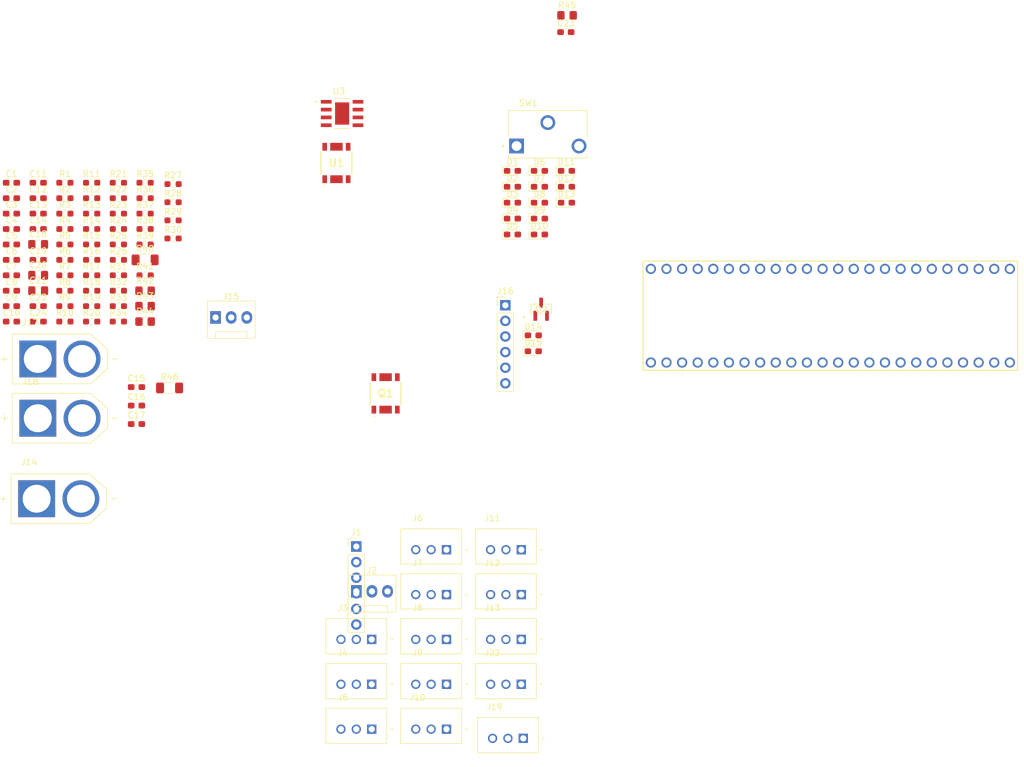
<source format=kicad_pcb>
(kicad_pcb (version 20240108) (generator "pcbnew") (generator_version "8.0")
  (layers (0 "F.Cu" signal) (31 "B.Cu" signal) (34 "B.Paste" user) (35 "F.Paste" user) (36 "B.SilkS" user "B.Silkscreen") (37 "F.SilkS" user "F.Silkscreen") (38 "B.Mask" user) (39 "F.Mask" user) (44 "Edge.Cuts" user))
  (net 0 "")
  (net 1 "+5V")
  (net 2 "GND1")
  (net 3 "+3.3V")
  (net 4 "+12V")
  (net 5 "44.4v")
  (net 6 "44.4V")
  (net 7 "12v")
  (net 8 "Net-(Q1-G)")
  (net 9 "5v")
  (net 10 "Net-(D1-A)")
  (net 11 "Net-(D2-A)")
  (net 12 "Net-(D3-A)")
  (net 13 "Net-(D4-A)")
  (net 14 "Net-(D5-A)")
  (net 15 "Net-(D6-A)")
  (net 16 "Net-(D7-A)")
  (net 17 "Net-(D8-A)")
  (net 18 "Net-(D9-A)")
  (net 19 "Net-(D10-A)")
  (net 20 "Net-(D11-A)")
  (net 21 "Net-(D12-A)")
  (net 22 "Net-(D13-A)")
  (net 23 "Net-(D14-A)")
  (net 24 "Net-(D15-A)")
  (net 27 "SDA")
  (net 28 "SCL")
  (net 29 "Signal Start Module")
  (net 30 "PWM MD1")
  (net 31 "Direction MD1")
  (net 32 "PWM MD2")
  (net 33 "Direction MD2")
  (net 34 "Line Sensor 1 5v")
  (net 35 "Line Sensor 2 5v")
  (net 36 "Line Sensor 3 5v")
  (net 37 "Line Sensor 4 5v")
  (net 38 "Distance Sensor 1 12V")
  (net 39 "Distance Sensor 2 12V")
  (net 40 "Distance Sensor 3 12V")
  (net 41 "Distance Sensor 4 12V")
  (net 42 "Net-(Q1-S)")
  (net 43 "Net-(Q2-D)")
  (net 44 "Net-(Q2-G)")
  (net 45 "Line Sensor 1 3.3V")
  (net 46 "Line Sensor 3 3.3V")
  (net 47 "Line Sensor 2 3.3V")
  (net 48 "Line Sensor 4 3.3V")
  (net 49 "Distance Sensor 1 3.3V")
  (net 50 "Distance Sensor 8 12V")
  (net 51 "Distance Sensor 8 3.3V")
  (net 52 "Distance Sensor 2 3.3V")
  (net 53 "Distance Sensor 4 3.3V")
  (net 54 "Distance Sensor 6 12V")
  (net 55 "Distance Sensor 6 3.3V")
  (net 56 "Distance Sensor 7 3.3V")
  (net 57 "Distance Sensor 7 12V")
  (net 58 "Distance Sensor 3 3.3V")
  (net 59 "Distance Sensor 9 12V")
  (net 60 "Distance Sensor 9 3.3V")
  (net 61 "Distance Sensor 5 3.3V")
  (net 62 "Distance Sensor 5 12V")
  (net 63 "Net-(SW1-A)")
  (footprint "Capacitor_SMD:C_0603_1608Metric_Pad1.08x0.95mm_HandSolder" (layer "F.Cu") (at 60.5775 67.775)
    (property "Reference" "C4" (at 0 -1.43 0) (layer "F.SilkS"))
    (property "Value" "C")
    (pad "1" smd roundrect (at -0.8625 0) (size 1.075 0.95) (layers "F.Cu" "F.Paste" "F.Mask") (net 1 "+5V"))
    (pad "2" smd roundrect (at 0.8625 0) (size 1.075 0.95) (layers "F.Cu" "F.Paste" "F.Mask") (net 2 "GND1"))
  )
  (footprint "Resistor_SMD:R_0603_1608Metric_Pad0.98x0.95mm_HandSolder" (layer "F.Cu") (at 82.3275 60.245)
    (property "Reference" "R35" (at 0 -1.43 0) (layer "F.SilkS"))
    (property "Value" "R")
    (pad "1" smd roundrect (at -0.9125 0) (size 0.975 0.95) (layers "F.Cu" "F.Paste" "F.Mask") (net 51 "Distance Sensor 8 3.3V"))
    (pad "2" smd roundrect (at 0.9125 0) (size 0.975 0.95) (layers "F.Cu" "F.Paste" "F.Mask") (net 18 "Net-(D9-A)"))
  )
  (footprint "Resistor_SMD:R_0603_1608Metric_Pad0.98x0.95mm_HandSolder" (layer "F.Cu") (at 73.6275 70.285)
    (property "Reference" "R15" (at 0 -1.43 0) (layer "F.SilkS"))
    (property "Value" "R")
    (pad "1" smd roundrect (at -0.9125 0) (size 0.975 0.95) (layers "F.Cu" "F.Paste" "F.Mask") (net 46 "Line Sensor 3 3.3V"))
    (pad "2" smd roundrect (at 0.9125 0) (size 0.975 0.95) (layers "F.Cu" "F.Paste" "F.Mask") (net 2 "GND1"))
  )
  (footprint "Resistor_SMD:R_0603_1608Metric_Pad0.98x0.95mm_HandSolder" (layer "F.Cu") (at 73.6275 62.755)
    (property "Reference" "R12" (at 0 -1.43 0) (layer "F.SilkS"))
    (property "Value" "R")
    (pad "1" smd roundrect (at -0.9125 0) (size 0.975 0.95) (layers "F.Cu" "F.Paste" "F.Mask") (net 59 "Distance Sensor 9 12V"))
    (pad "2" smd roundrect (at 0.9125 0) (size 0.975 0.95) (layers "F.Cu" "F.Paste" "F.Mask") (net 60 "Distance Sensor 9 3.3V"))
  )
  (footprint "Resistor_SMD:R_0603_1608Metric_Pad0.98x0.95mm_HandSolder" (layer "F.Cu") (at 69.2775 82.835)
    (property "Reference" "R10" (at 0 -1.43 0) (layer "F.SilkS"))
    (property "Value" "R")
    (pad "1" smd roundrect (at -0.9125 0) (size 0.975 0.95) (layers "F.Cu" "F.Paste" "F.Mask") (net 57 "Distance Sensor 7 12V"))
    (pad "2" smd roundrect (at 0.9125 0) (size 0.975 0.95) (layers "F.Cu" "F.Paste" "F.Mask") (net 56 "Distance Sensor 7 3.3V"))
  )
  (footprint "LED_SMD:LED_0603_1608Metric_Pad1.05x0.95mm_HandSolder" (layer "F.Cu") (at 146.5025 60.895)
    (property "Reference" "D7" (at 0 -1.43 0) (layer "F.SilkS"))
    (property "Value" "LED")
    (pad "1" smd roundrect (at -0.875 0) (size 1.05 0.95) (layers "F.Cu" "F.Paste" "F.Mask") (net 2 "GND1"))
    (pad "2" smd roundrect (at 0.875 0) (size 1.05 0.95) (layers "F.Cu" "F.Paste" "F.Mask") (net 16 "Net-(D7-A)"))
  )
  (footprint "Capacitor_SMD:C_0603_1608Metric_Pad1.08x0.95mm_HandSolder" (layer "F.Cu") (at 60.5775 77.815)
    (property "Reference" "C8" (at 0 -1.43 0) (layer "F.SilkS"))
    (property "Value" "C")
    (pad "1" smd roundrect (at -0.8625 0) (size 1.075 0.95) (layers "F.Cu" "F.Paste" "F.Mask") (net 4 "+12V"))
    (pad "2" smd roundrect (at 0.8625 0) (size 1.075 0.95) (layers "F.Cu" "F.Paste" "F.Mask") (net 2 "GND1"))
  )
  (footprint "Resistor_SMD:R_0603_1608Metric_Pad0.98x0.95mm_HandSolder" (layer "F.Cu") (at 77.9775 82.835)
    (property "Reference" "R34" (at 0 -1.43 0) (layer "F.SilkS"))
    (property "Value" "R")
    (pad "1" smd roundrect (at -0.9125 0) (size 0.975 0.95) (layers "F.Cu" "F.Paste" "F.Mask") (net 58 "Distance Sensor 3 3.3V"))
    (pad "2" smd roundrect (at 0.9125 0) (size 0.975 0.95) (layers "F.Cu" "F.Paste" "F.Mask") (net 17 "Net-(D8-A)"))
  )
  (footprint "Jst Xh 2.5-3 Pin:JST_B3B-XH-A_LF__SN_" (layer "F.Cu") (at 128.8775 134.04)
    (property "Reference" "J8" (at -2.2 -4.6 0) (layer "F.SilkS") (effects (font (size 0.944882 0.944882))))
    (property "Value" "Conn_01x03_MountingPin")
    (pad "1" thru_hole rect (at 2.5 0.525) (size 1.508 1.508) (drill 1) (layers "*.Cu" "*.Mask") (net 36 "Line Sensor 3 5v"))
    (pad "2" thru_hole circle (at 0 0.525) (size 1.508 1.508) (drill 1) (layers "*.Cu" "*.Mask") (net 1 "+5V"))
    (pad "3" thru_hole circle (at -2.5 0.525) (size 1.508 1.508) (drill 1) (layers "*.Cu" "*.Mask") (net 2 "GND1"))
  )
  (footprint "XT60-M:AMASS_XT60-M" (layer "F.Cu") (at 68.466 88.915)
    (property "Reference" "J17" (at -4.825 -5.935 0) (layer "F.SilkS"))
    (property "Value" "XT60-M")
    (pad "N" thru_hole circle (at 3.6 0) (size 6 6) (drill 4.55) (layers "*.Cu" "*.Mask"))
    (pad "P" thru_hole rect (at -3.6 0) (size 6 6) (drill 4.55) (layers "*.Cu" "*.Mask"))
  )
  (footprint "Resistor_SMD:R_0603_1608Metric_Pad0.98x0.95mm_HandSolder" (layer "F.Cu") (at 77.9775 67.775)
    (property "Reference" "R24" (at 0 -1.43 0) (layer "F.SilkS"))
    (property "Value" "R")
    (pad "1" smd roundrect (at -0.9125 0) (size 0.975 0.95) (layers "F.Cu" "F.Paste" "F.Mask") (net 58 "Distance Sensor 3 3.3V"))
    (pad "2" smd roundrect (at 0.9125 0) (size 0.975 0.95) (layers "F.Cu" "F.Paste" "F.Mask") (net 2 "GND1"))
  )
  (footprint "Resistor_SMD:R_0603_1608Metric_Pad0.98x0.95mm_HandSolder" (layer "F.Cu") (at 69.2775 77.815)
    (property "Reference" "R8" (at 0 -1.43 0) (layer "F.SilkS"))
    (property "Value" "R")
    (pad "1" smd roundrect (at -0.9125 0) (size 0.975 0.95) (layers "F.Cu" "F.Paste" "F.Mask") (net 41 "Distance Sensor 4 12V"))
    (pad "2" smd roundrect (at 0.9125 0) (size 0.975 0.95) (layers "F.Cu" "F.Paste" "F.Mask") (net 53 "Distance Sensor 4 3.3V"))
  )
  (footprint "Capacitor_SMD:C_0603_1608Metric_Pad1.08x0.95mm_HandSolder" (layer "F.Cu") (at 60.5775 72.795)
    (property "Reference" "C6" (at 0 -1.43 0) (layer "F.SilkS"))
    (property "Value" "C")
    (pad "1" smd roundrect (at -0.8625 0) (size 1.075 0.95) (layers "F.Cu" "F.Paste" "F.Mask") (net 4 "+12V"))
    (pad "2" smd roundrect (at 0.8625 0) (size 1.075 0.95) (layers "F.Cu" "F.Paste" "F.Mask") (net 2 "GND1"))
  )
  (footprint "LED_SMD:LED_0603_1608Metric_Pad1.05x0.95mm_HandSolder" (layer "F.Cu") (at 142.1075 68.665)
    (property "Reference" "D5" (at 0 -1.43 0) (layer "F.SilkS"))
    (property "Value" "LED")
    (pad "1" smd roundrect (at -0.875 0) (size 1.05 0.95) (layers "F.Cu" "F.Paste" "F.Mask") (net 2 "GND1"))
    (pad "2" smd roundrect (at 0.875 0) (size 1.05 0.95) (layers "F.Cu" "F.Paste" "F.Mask") (net 14 "Net-(D5-A)"))
  )
  (footprint "Resistor_SMD:R_0603_1608Metric_Pad0.98x0.95mm_HandSolder" (layer "F.Cu") (at 69.2775 72.795)
    (property "Reference" "R6" (at 0 -1.43 0) (layer "F.SilkS"))
    (property "Value" "R")
    (pad "1" smd roundrect (at -0.9125 0) (size 0.975 0.95) (layers "F.Cu" "F.Paste" "F.Mask") (net 50 "Distance Sensor 8 12V"))
    (pad "2" smd roundrect (at 0.9125 0) (size 0.975 0.95) (layers "F.Cu" "F.Paste" "F.Mask") (net 51 "Distance Sensor 8 3.3V"))
  )
  (footprint "Capacitor_SMD:C_0603_1608Metric_Pad1.08x0.95mm_HandSolder" (layer "F.Cu") (at 64.9275 80.325)
    (property "Reference" "C22" (at 0 -1.43 0) (layer "F.SilkS"))
    (property "Value" "C")
    (pad "1" smd roundrect (at -0.8625 0) (size 1.075 0.95) (layers "F.Cu" "F.Paste" "F.Mask") (net 5 "44.4v"))
    (pad "2" smd roundrect (at 0.8625 0) (size 1.075 0.95) (layers "F.Cu" "F.Paste" "F.Mask") (net 2 "GND1"))
  )
  (footprint "Capacitor_SMD:C_0805_2012Metric_Pad1.18x1.45mm_HandSolder" (layer "F.Cu") (at 64.9275 77.815)
    (property "Reference" "C21" (at 0 -1.68 0) (layer "F.SilkS"))
    (property "Value" "1uF")
    (pad "1" smd roundrect (at -1.0375 0) (size 1.175 1.45) (layers "F.Cu" "F.Paste" "F.Mask") (roundrect_rratio 0.212766) (net 6 "44.4V"))
    (pad "2" smd roundrect (at 1.0375 0) (size 1.175 1.45) (layers "F.Cu" "F.Paste" "F.Mask") (roundrect_rratio 0.212766) (net 8 "Net-(Q1-G)"))
  )
  (footprint "Connector:FanPinHeader_1x03_P2.54mm_Vertical" (layer "F.Cu") (at 116.7025 126.74)
    (property "Reference" "J2" (at 2.5 -3.4 0) (layer "F.SilkS"))
    (property "Value" "Conn_01x03_Pin")
    (pad "1" thru_hole rect (at 0 0 90) (size 2.03 1.73) (drill 1.02) (layers "*.Cu" "*.Mask") (net 29 "Signal Start Module"))
    (pad "2" thru_hole oval (at 2.54 0 90) (size 2.03 1.73) (drill 1.02) (layers "*.Cu" "*.Mask") (net 2 "GND1"))
    (pad "3" thru_hole oval (at 5.08 0 90) (size 2.03 1.73) (drill 1.02) (layers "*.Cu" "*.Mask") (net 3 "+3.3V"))
  )
  (footprint "Capacitor_SMD:C_0603_1608Metric_Pad1.08x0.95mm_HandSolder" (layer "F.Cu") (at 64.9275 67.775)
    (property "Reference" "C14" (at 0 -1.43 0) (layer "F.SilkS"))
    (property "Value" "C")
    (pad "1" smd roundrect (at -0.8625 0) (size 1.075 0.95) (layers "F.Cu" "F.Paste" "F.Mask") (net 4 "+12V"))
    (pad "2" smd roundrect (at 0.8625 0) (size 1.075 0.95) (layers "F.Cu" "F.Paste" "F.Mask") (net 2 "GND1"))
  )
  (footprint "Resistor_SMD:R_0603_1608Metric_Pad0.98x0.95mm_HandSolder" (layer "F.Cu") (at 86.8775 63.415)
    (property "Reference" "R28" (at 0 -1.43 0) (layer "F.SilkS"))
    (property "Value" "R")
    (pad "1" smd roundrect (at -0.9125 0) (size 0.975 0.95) (layers "F.Cu" "F.Paste" "F.Mask") (net 47 "Line Sensor 2 3.3V"))
    (pad "2" smd roundrect (at 0.9125 0) (size 0.975 0.95) (layers "F.Cu" "F.Paste" "F.Mask") (net 11 "Net-(D2-A)"))
  )
  (footprint "Resistor_SMD:R_0603_1608Metric_Pad0.98x0.95mm_HandSolder" (layer "F.Cu") (at 73.6275 77.815)
    (property "Reference" "R18" (at 0 -1.43 0) (layer "F.SilkS"))
    (property "Value" "R")
    (pad "1" smd roundrect (at -0.9125 0) (size 0.975 0.95) (layers "F.Cu" "F.Paste" "F.Mask") (net 49 "Distance Sensor 1 3.3V"))
    (pad "2" smd roundrect (at 0.9125 0) (size 0.975 0.95) (layers "F.Cu" "F.Paste" "F.Mask") (net 2 "GND1"))
  )
  (footprint "XT60-M:AMASS_XT60-M" (layer "F.Cu") (at 68.2775 111.665)
    (property "Reference" "J14" (at -4.825 -5.935 0) (layer "F.SilkS"))
    (property "Value" "XT60-M")
    (pad "N" thru_hole circle (at 3.6 0) (size 6 6) (drill 4.55) (layers "*.Cu" "*.Mask"))
    (pad "P" thru_hole rect (at -3.6 0) (size 6 6) (drill 4.55) (layers "*.Cu" "*.Mask"))
  )
  (footprint "G_107_0513(SWITCH):SW_G-107-0513" (layer "F.Cu") (at 147.8675 52.36)
    (property "Reference" "SW1" (at -3.175 -5.08 0) (layer "F.SilkS"))
    (property "Value" "SW_SPST")
    (pad "1" thru_hole rect (at -5.08 1.905) (size 2.4 2.4) (drill 1.6) (layers "*.Cu" "*.Mask") (net 63 "Net-(SW1-A)"))
    (pad "2" thru_hole circle (at 5.08 1.905) (size 2.4 2.4) (drill 1.6) (layers "*.Cu" "*.Mask") (net 42 "Net-(Q1-S)"))
    (pad "5" thru_hole circle (at 0 -1.905) (size 2.4 2.4) (drill 1.6) (layers "*.Cu" "*.Mask"))
  )
  (footprint "Resistor_SMD:R_0603_1608Metric_Pad0.98x0.95mm_HandSolder" (layer "F.Cu") (at 73.6275 80.325)
    (property "Reference" "R19" (at 0 -1.43 0) (layer "F.SilkS"))
    (property "Value" "R")
    (pad "1" smd roundrect (at -0.9125 0) (size 0.975 0.95) (layers "F.Cu" "F.Paste" "F.Mask") (net 51 "Distance Sensor 8 3.3V"))
    (pad "2" smd roundrect (at 0.9125 0) (size 0.975 0.95) (layers "F.Cu" "F.Paste" "F.Mask") (net 2 "GND1"))
  )
  (footprint "Capacitor_SMD:C_0603_1608Metric_Pad1.08x0.95mm_HandSolder" (layer "F.Cu") (at 60.5775 70.285)
    (property "Reference" "C5" (at 0 -1.43 0) (layer "F.SilkS"))
    (property "Value" "C")
    (pad "1" smd roundrect (at -0.8625 0) (size 1.075 0.95) (layers "F.Cu" "F.Paste" "F.Mask") (net 1 "+5V"))
    (pad "2" smd roundrect (at 0.8625 0) (size 1.075 0.95) (layers "F.Cu" "F.Paste" "F.Mask") (net 2 "GND1"))
  )
  (footprint "Resistor_SMD:R_0603_1608Metric_Pad0.98x0.95mm_HandSolder" (layer "F.Cu") (at 77.9775 80.325)
    (property "Reference" "R33" (at 0 -1.43 0) (layer "F.SilkS"))
    (property "Value" "R")
    (pad "1" smd roundrect (at -0.9125 0) (size 0.975 0.95) (layers "F.Cu" "F.Paste" "F.Mask") (net 53 "Distance Sensor 4 3.3V"))
    (pad "2" smd roundrect (at 0.9125 0) (size 0.975 0.95) (layers "F.Cu" "F.Paste" "F.Mask") (net 16 "Net-(D7-A)"))
  )
  (footprint "Resistor_SMD:R_0603_1608Metric_Pad0.98x0.95mm_HandSolder" (layer "F.Cu") (at 86.8775 69.315)
    (property "Reference" "R30" (at 0 -1.43 0) (layer "F.SilkS"))
    (property "Value" "R")
    (pad "1" smd roundrect (at -0.9125 0) (size 0.975 0.95) (layers "F.Cu" "F.Paste" "F.Mask") (net 48 "Line Sensor 4 3.3V"))
    (pad "2" smd roundrect (at 0.9125 0) (size 0.975 0.95) (layers "F.Cu" "F.Paste" "F.Mask") (net 13 "Net-(D4-A)"))
  )
  (footprint "LED_SMD:LED_0603_1608Metric_Pad1.05x0.95mm_HandSolder" (layer "F.Cu") (at 146.5025 63.485)
    (property "Reference" "D8" (at 0 -1.43 0) (layer "F.SilkS"))
    (property "Value" "LED")
    (pad "1" smd roundrect (at -0.875 0) (size 1.05 0.95) (layers "F.Cu" "F.Paste" "F.Mask") (net 2 "GND1"))
    (pad "2" smd roundrect (at 0.875 0) (size 1.05 0.95) (layers "F.Cu" "F.Paste" "F.Mask") (net 17 "Net-(D8-A)"))
  )
  (footprint "Capacitor_SMD:C_0603_1608Metric_Pad1.08x0.95mm_HandSolder" (layer "F.Cu") (at 150.8 35.73)
    (property "Reference" "C23" (at 0 -1.43 0) (layer "F.SilkS"))
    (property "Value" "C")
    (pad "1" smd roundrect (at -0.8625 0) (size 1.075 0.95) (layers "F.Cu" "F.Paste" "F.Mask") (net 9 "5v"))
    (pad "2" smd roundrect (at 0.8625 0) (size 1.075 0.95) (layers "F.Cu" "F.Paste" "F.Mask") (net 2 "GND1"))
  )
  (footprint "Capacitor_SMD:C_0805_2012Metric_Pad1.18x1.45mm_HandSolder" (layer "F.Cu") (at 64.9275 70.285)
    (property "Reference" "C18" (at 0 -1.68 0) (layer "F.SilkS"))
    (property "Value" "10uF")
    (pad "1" smd roundrect (at -1.0375 0) (size 1.175 1.45) (layers "F.Cu" "F.Paste" "F.Mask") (roundrect_rratio 0.212766) (net 6 "44.4V"))
    (pad "2" smd roundrect (at 1.0375 0) (size 1.175 1.45) (layers "F.Cu" "F.Paste" "F.Mask") (roundrect_rratio 0.212766) (net 2 "GND1"))
  )
  (footprint "Resistor_SMD:R_0603_1608Metric_Pad0.98x0.95mm_HandSolder" (layer "F.Cu") (at 69.2775 62.755)
    (property "Reference" "R2" (at 0 -1.43 0) (layer "F.SilkS"))
    (property "Value" "R")
    (pad "1" smd roundrect (at -0.9125 0) (size 0.975 0.95) (layers "F.Cu" "F.Paste" "F.Mask") (net 36 "Line Sensor 3 5v"))
    (pad "2" smd roundrect (at 0.9125 0) (size 0.975 0.95) (layers "F.Cu" "F.Paste" "F.Mask") (net 46 "Line Sensor 3 3.3V"))
  )
  (footprint "Resistor_SMD:R_0603_1608Metric_Pad0.98x0.95mm_HandSolder" (layer "F.Cu") (at 77.9775 72.795)
    (property "Reference" "R26" (at 0 -1.43 0) (layer "F.SilkS"))
    (property "Value" "R")
    (pad "1" smd roundrect (at -0.9125 0) (size 0.975 0.95) (layers "F.Cu" "F.Paste" "F.Mask") (net 61 "Distance Sensor 5 3.3V"))
    (pad "2" smd roundrect (at 0.9125 0) (size 0.975 0.95) (layers "F.Cu" "F.Paste" "F.Mask") (net 2 "GND1"))
  )
  (footprint "Resistor_SMD:R_0603_1608Metric_Pad0.98x0.95mm_HandSolder" (layer "F.Cu") (at 86.8775 66.365)
    (property "Reference" "R29" (at 0 -1.43 0) (layer "F.SilkS"))
    (property "Value" "R")
    (pad "1" smd roundrect (at -0.9125 0) (size 0.975 0.95) (layers "F.Cu" "F.Paste" "F.Mask") (net 46 "Line Sensor 3 3.3V"))
    (pad "2" smd roundrect (at 0.9125 0) (size 0.975 0.95) (layers "F.Cu" "F.Paste" "F.Mask") (net 12 "Net-(D3-A)"))
  )
  (footprint "Resistor_SMD:R_0603_1608Metric_Pad0.98x0.95mm_HandSolder" (layer "F.Cu") (at 77.9775 77.815)
    (property "Reference" "R32" (at 0 -1.43 0) (layer "F.SilkS"))
    (property "Value" "R")
    (pad "1" smd roundrect (at -0.9125 0) (size 0.975 0.95) (layers "F.Cu" "F.Paste" "F.Mask") (net 52 "Distance Sensor 2 3.3V"))
    (pad "2" smd roundrect (at 0.9125 0) (size 0.975 0.95) (layers "F.Cu" "F.Paste" "F.Mask") (net 15 "Net-(D6-A)"))
  )
  (footprint "Capacitor_SMD:C_0805_2012Metric_Pad1.18x1.45mm_HandSolder" (layer "F.Cu") (at 64.9275 75.305)
    (property "Reference" "C20" (at 0 -1.68 0) (layer "F.SilkS"))
    (property "Value" "1uF")
    (pad "1" smd roundrect (at -1.0375 0) (size 1.175 1.45) (layers "F.Cu" "F.Paste" "F.Mask") (roundrect_rratio 0.212766) (net 6 "44.4V"))
    (pad "2" smd roundrect (at 1.0375 0) (size 1.175 1.45) (layers "F.Cu" "F.Paste" "F.Mask") (roundrect_rratio 0.212766) (net 2 "GND1"))
  )
  (footprint "Teensy4:TEENSY41" (layer "F.Cu") (at 169.72 89.5)
    (property "Reference" "U2" (hide yes))
    (property "Value" "Teensy4.1" (hide yes))
    (pad "1" thru_hole circle (at 0 0) (size 1.665 1.665) (drill 1.11) (layers "*.Cu" "*.Mask"))
    (pad "2" thru_hole circle (at 2.54 0) (size 1.665 1.665) (drill 1.11) (layers "*.Cu" "*.Mask"))
    (pad "3" thru_hole circle (at 5.08 0) (size 1.665 1.665) (drill 1.11) (layers "*.Cu" "*.Mask"))
    (pad "4" thru_hole circle (at 7.62 0) (size 1.665 1.665) (drill 1.11) (layers "*.Cu" "*.Mask"))
    (pad "5" thru_hole circle (at 10.16 0) (size 1.665 1.665) (drill 1.11) (layers "*.Cu" "*.Mask"))
    (pad "6" thru_hole circle (at 12.7 0) (size 1.665 1.665) (drill 1.11) (layers "*.Cu" "*.Mask"))
    (pad "7" thru_hole circle (at 15.24 0) (size 1.665 1.665) (drill 1.11) (layers "*.Cu" "*.Mask"))
    (pad "8" thru_hole circle (at 17.78 0) (size 1.665 1.665) (drill 1.11) (layers "*.Cu" "*.Mask"))
    (pad "9" thru_hole circle (at 20.32 0) (size 1.665 1.665) (drill 1.11) (layers "*.Cu" "*.Mask"))
    (pad "10" thru_hole circle (at 22.86 0) (size 1.665 1.665) (drill 1.11) (layers "*.Cu" "*.Mask"))
    (pad "11" thru_hole circle (at 25.4 0) (size 1.665 1.665) (drill 1.11) (layers "*.Cu" "*.Mask"))
    (pad "12" thru_hole circle (at 27.94 0) (size 1.665 1.665) (drill 1.11) (layers "*.Cu" "*.Mask"))
    (pad "13" thru_hole circle (at 27.94 -15.24) (size 1.665 1.665) (drill 1.11) (layers "*.Cu" "*.Mask"))
    (pad "14" thru_hole circle (at 25.4 -15.24) (size 1.665 1.665) (drill 1.11) (layers "*.Cu" "*.Mask"))
    (pad "15" thru_hole circle (at 22.86 -15.24) (size 1.665 1.665) (drill 1.11) (layers "*.Cu" "*.Mask"))
    (pad "16" thru_hole circle (at 20.32 -15.24) (size 1.665 1.665) (drill 1.11) (layers "*.Cu" "*.Mask"))
    (pad "17" thru_hole circle (at 17.78 -15.24) (size 1.665 1.665) (drill 1.11) (layers "*.Cu" "*.Mask"))
    (pad "18" thru_hole circle (at 15.24 -15.24) (size 1.665 1.665) (drill 1.11) (layers "*.Cu" "*.Mask"))
    (pad "19" thru_hole circle (at 12.7 -15.24) (size 1.665 1.665) (drill 1.11) (layers "*.Cu" "*.Mask"))
    (pad "20" thru_hole circle (at 10.16 -15.24) (size 1.665 1.665) (drill 1.11) (layers "*.Cu" "*.Mask"))
    (pad "21" thru_hole circle (at 7.62 -15.24) (size 1.665 1.665) (drill 1.11) (layers "*.Cu" "*.Mask"))
    (pad "22" thru_hole circle (at 5.08 -15.24) (size 1.665 1.665) (drill 1.11) (layers "*.Cu" "*.Mask"))
    (pad "23" thru_hole circle (at 2.54 -15.24) (size 1.665 1.665) (drill 1.11) (layers "*.Cu" "*.Mask"))
    (pad "24" thru_hole circle (at 33.02 0) (size 1.665 1.665) (drill 1.11) (layers "*.Cu" "*.Mask"))
    (pad "25" thru_hole circle (at 35.56 0) (size 1.665 1.665) (drill 1.11) (layers "*.Cu" "*.Mask"))
    (pad "26" thru_hole circle (at 38.1 0) (size 1.665 1.665) (drill 1.11) (layers "*.Cu" "*.Mask"))
    (pad "27" thru_hole circle (at 40.64 0) (size 1.665 1.665) (drill 1.11) (layers "*.Cu" "*.Mask"))
    (pad "28" thru_hole circle (at 43.18 0) (size 1.665 1.665) (drill 1.11) (layers "*.Cu" "*.Mask"))
    (pad "29" thru_hole circle (at 45.72 0) (size 1.665 1.665) (drill 1.11) (layers "*.Cu" "*.Mask"))
    (pad "30" thru_hole circle (at 48.26 0) (size 1.665 1.665) (drill 1.11) (layers "*.Cu" "*.Mask"))
    (pad "31" thru_hole circle (at 50.8 0) (size 1.665 1.665) (drill 1.11) (layers "*.Cu" "*.Mask"))
    (pad "32" thru_hole circle (at 53.34 0) (size 1.665 1.665) (drill 1.11) (layers "*.Cu" "*.Mask"))
    (pad "33" thru_hole circle (at 53.34 -15.24) (size 1.665 1.665) (drill 1.11) (layers "*.Cu" "*.Mask"))
    (pad "34" thru_hole circle (at 50.8 -15.24) (size 1.665 1.665) (drill 1.11) (layers "*.Cu" "*.Mask"))
    (pad "35" thru_hole circle (at 48.26 -15.24) (size 1.665 1.665) (drill 1.11) (layers "*.Cu" "*.Mask"))
    (pad "36" thru_hole circle (at 45.72 -15.24) (size 1.665 1.665) (drill 1.11) (layers "*.Cu" "*.Mask"))
    (pad "37" thru_hole circle (at 43.18 -15.24) (size 1.665 1.665) (drill 1.11) (layers "*.Cu" "*.Mask"))
    (pad "38" thru_hole circle (at 40.64 -15.24) (size 1.665 1.665) (drill 1.11) (layers "*.Cu" "*.Mask"))
    (pad "39" thru_hole circle (at 38.1 -15.24) (size 1.665 1.665) (drill 1.11) (layers "*.Cu" "*.Mask"))
    (pad "40" thru_hole circle (at 35.56 -15.24) (size 1.665 1.665) (drill 1.11) (layers "*.Cu" "*.Mask"))
    (pad "41" thru_hole circle (at 33.02 -15.24) (size 1.665 1.665) (drill 1.11) (layers "*.Cu" "*.Mask"))
    (pad "42" thru_hole circle (at 30.48 0) (size 1.665 1.665) (drill 1.11) (layers "*.Cu" "*.Mask"))
    (pad "53" thru_hole circle (at 0 -15.24) (size 1.665 1.665) (drill 1.11) (layers "*.Cu" "*.Mask"))
    (pad "55" thru_hole circle (at -5.08 -15.24) (size 1.665 1.665) (drill 1.11) (layers "*.Cu" "*.Mask"))
    (pad "57" thru_hole circle (at -2.54 0) (size 1.665 1.665) (drill 1.11) (layers "*.Cu" "*.Mask"))
    (pad "69" thru_hole circle (at 30.48 -15.24) (size 1.665 1.665) (drill 1.11) (layers "*.Cu" "*.Mask"))
    (pad "70" thru_hole circle (at -2.54 -15.24) (size 1.665 1.665) (drill 1.11) (layers "*.Cu" "*.Mask"))
    (pad "71" thru_hole circle (at -5.08 0) (size 1.665 1.665) (drill 1.11) (layers "*.Cu" "*.Mask"))
  )
  (footprint "Jst Xh 2.5-3 Pin:JST_B3B-XH-A_LF__SN_" (layer "F.Cu") (at 116.7025 134.04)
    (property "Reference" "J3" (at -2.2 -4.6 0) (layer "F.SilkS") (effects (font (size 0.944882 0.944882))))
    (property "Value" "Conn_01x03_MountingPin")
    (pad "1" thru_hole rect (at 2.5 0.525) (size 1.508 1.508) (drill 1) (layers "*.Cu" "*.Mask"))
    (pad "2" thru_hole circle (at 0 0.525) (size 1.508 1.508) (drill 1) (layers "*.Cu" "*.Mask"))
    (pad "3" thru_hole circle (at -2.5 0.525) (size 1.508 1.508) (drill 1) (layers "*.Cu" "*.Mask"))
  )
  (footprint "Resistor_SMD:R_0603_1608Metric_Pad0.98x0.95mm_HandSolder" (layer "F.Cu") (at 82.3275 70.285)
    (property "Reference" "R39" (at 0 -1.43 0) (layer "F.SilkS"))
    (property "Value" "R")
    (pad "1" smd roundrect (at -0.9125 0) (size 0.975 0.95) (layers "F.Cu" "F.Paste" "F.Mask") (net 61 "Distance Sensor 5 3.3V"))
    (pad "2" smd roundrect (at 0.9125 0) (size 0.975 0.95) (layers "F.Cu" "F.Paste" "F.Mask") (net 22 "Net-(D13-A)"))
  )
  (footprint "LED_SMD:LED_0603_1608Metric_Pad1.05x0.95mm_HandSolder" (layer "F.Cu") (at 142.1075 60.895)
    (property "Reference" "D2" (at 0 -1.43 0) (layer "F.SilkS"))
    (property "Value" "LED")
    (pad "1" smd roundrect (at -0.875 0) (size 1.05 0.95) (layers "F.Cu" "F.Paste" "F.Mask") (net 2 "GND1"))
    (pad "2" smd roundrect (at 0.875 0) (size 1.05 0.95) (layers "F.Cu" "F.Paste" "F.Mask") (net 11 "Net-(D2-A)"))
  )
  (footprint "LED_SMD:LED_0603_1608Metric_Pad1.05x0.95mm_HandSolder" (layer "F.Cu") (at 146.5025 58.305)
    (property "Reference" "D6" (at 0 -1.43 0) (layer "F.SilkS"))
    (property "Value" "LED")
    (pad "1" smd roundrect (at -0.875 0) (size 1.05 0.95) (layers "F.Cu" "F.Paste" "F.Mask") (net 2 "GND1"))
    (pad "2" smd roundrect (at 0.875 0) (size 1.05 0.95) (layers "F.Cu" "F.Paste" "F.Mask") (net 15 "Net-(D6-A)"))
  )
  (footprint "Resistor_SMD:R_0603_1608Metric_Pad0.98x0.95mm_HandSolder" (layer "F.Cu") (at 82.3275 65.265)
    (property "Reference" "R37" (at 0 -1.43 0) (layer "F.SilkS"))
    (property "Value" "R")
    (pad "1" smd roundrect (at -0.9125 0) (size 0.975 0.95) (layers "F.Cu" "F.Paste" "F.Mask") (net 56 "Distance Sensor 7 3.3V"))
    (pad "2" smd roundrect (at 0.9125 0) (size 0.975 0.95) (layers "F.Cu" "F.Paste" "F.Mask") (net 20 "Net-(D11-A)"))
  )
  (footprint "Capacitor_SMD:C_0603_1608Metric_Pad1.08x0.95mm_HandSolder" (layer "F.Cu") (at 60.5775 82.835)
    (property "Reference" "C10" (at 0 -1.43 0) (layer "F.SilkS"))
    (property "Value" "C")
    (pad "1" smd roundrect (at -0.8625 0) (size 1.075 0.95) (layers "F.Cu" "F.Paste" "F.Mask") (net 4 "+12V"))
    (pad "2" smd roundrect (at 0.8625 0) (size 1.075 0.95) (layers "F.Cu" "F.Paste" "F.Mask") (net 2 "GND1"))
  )
  (footprint "Capacitor_SMD:C_0603_1608Metric_Pad1.08x0.95mm_HandSolder" (layer "F.Cu") (at 64.9275 62.755)
    (property "Reference" "C12" (at 0 -1.43 0) (layer "F.SilkS"))
    (property "Value" "C")
    (pad "1" smd roundrect (at -0.8625 0) (size 1.075 0.95) (layers "F.Cu" "F.Paste" "F.Mask") (net 4 "+12V"))
    (pad "2" smd roundrect (at 0.8625 0) (size 1.075 0.95) (layers "F.Cu" "F.Paste" "F.Mask") (net 2 "GND1"))
  )
  (footprint "Resistor_SMD:R_0603_1608Metric_Pad0.98x0.95mm_HandSolder" (layer "F.Cu") (at 69.2775 67.775)
    (property "Reference" "R4" (at 0 -1.43 0) (layer "F.SilkS"))
    (property "Value" "R")
    (pad "1" smd roundrect (at -0.9125 0) (size 0.975 0.95) (layers "F.Cu" "F.Paste" "F.Mask") (net 37 "Line Sensor 4 5v"))
    (pad "2" smd roundrect (at 0.9125 0) (size 0.975 0.95) (layers "F.Cu" "F.Paste" "F.Mask") (net 48 "Line Sensor 4 3.3V"))
  )
  (footprint "Capacitor_SMD:C_0603_1608Metric_Pad1.08x0.95mm_HandSolder" (layer "F.Cu") (at 64.9275 60.245)
    (property "Reference" "C11" (at 0 -1.43 0) (layer "F.SilkS"))
    (property "Value" "C")
    (pad "1" smd roundrect (at -0.8625 0) (size 1.075 0.95) (layers "F.Cu" "F.Paste" "F.Mask") (net 1 "+5V"))
    (pad "2" smd roundrect (at 0.8625 0) (size 1.075 0.95) (layers "F.Cu" "F.Paste" "F.Mask") (net 2 "GND1"))
  )
  (footprint "Resistor_SMD:R_0603_1608Metric_Pad0.98x0.95mm_HandSolder" (layer "F.Cu") (at 82.3275 62.755)
    (property "Reference" "R36" (at 0 -1.43 0) (layer "F.SilkS"))
    (property "Value" "R")
    (pad "1" smd roundrect (at -0.9125 0) (size 0.975 0.95) (layers "F.Cu" "F.Paste" "F.Mask") (net 55 "Distance Sensor 6 3.3V"))
    (pad "2" smd roundrect (at 0.9125 0) (size 0.975 0.95) (layers "F.Cu" "F.Paste" "F.Mask") (net 19 "Net-(D10-A)"))
  )
  (footprint "Jst Xh 2.5-3 Pin:JST_B3B-XH-A_LF__SN_" (layer "F.Cu") (at 141.3775 150.14)
    (property "Reference" "J19" (at -2.2 -4.6 0) (layer "F.SilkS") (effects (font (size 0.944882 0.944882))))
    (property "Value" "Conn_01x03_MountingPin")
    (pad "1" thru_hole rect (at 2.5 0.525) (size 1.508 1.508) (drill 1) (layers "*.Cu" "*.Mask"))
    (pad "2" thru_hole circle (at 0 0.525) (size 1.508 1.508) (drill 1) (layers "*.Cu" "*.Mask"))
    (pad "3" thru_hole circle (at -2.5 0.525) (size 1.508 1.508) (drill 1) (layers "*.Cu" "*.Mask"))
  )
  (footprint "Jst Xh 2.5-3 Pin:JST_B3B-XH-A_LF__SN_" (layer "F.Cu") (at 141.0525 126.74)
    (property "Reference" "J12" (at -2.2 -4.6 0) (layer "F.SilkS") (effects (font (size 0.944882 0.944882))))
    (property "Value" "Conn_01x03_MountingPin")
    (pad "1" thru_hole rect (at 2.5 0.525) (size 1.508 1.508) (drill 1) (layers "*.Cu" "*.Mask") (net 40 "Distance Sensor 3 12V"))
    (pad "2" thru_hole circle (at 0 0.525) (size 1.508 1.508) (drill 1) (layers "*.Cu" "*.Mask") (net 4 "+12V"))
    (pad "3" thru_hole circle (at -2.5 0.525) (size 1.508 1.508) (drill 1) (layers "*.Cu" "*.Mask") (net 2 "GND1"))
  )
  (footprint "Capacitor_SMD:C_0603_1608Metric_Pad1.08x0.95mm_HandSolder" (layer "F.Cu") (at 60.5775 75.305)
    (property "Reference" "C7" (at 0 -1.43 0) (layer "F.SilkS"))
    (property "Value" "C")
    (pad "1" smd roundrect (at -0.8625 0) (size 1.075 0.95) (layers "F.Cu" "F.Paste" "F.Mask") (net 1 "+5V"))
    (pad "2" smd roundrect (at 0.8625 0) (size 1.075 0.95) (layers "F.Cu" "F.Paste" "F.Mask") (net 2 "GND1"))
  )
  (footprint "12Vvoltagereg:S1142A50IE6T1U" (layer "F.Cu") (at 113.4675 57.025)
    (property "Reference" "U1" (at 0 0 0) (layer "F.SilkS") (effects (font (size 1.27 1.27) (thickness 0.254))))
    (property "Value" "S-1142DA0I-E6T1U" (hide yes))
    (pad "1" smd rect (at -1.91 2.64) (size 0.76 1.27) (layers "F.Cu" "F.Paste" "F.Mask"))
    (pad "2" smd rect (at 0 2.64 90) (size 1.27 2.03) (layers "F.Cu" "F.Paste" "F.Mask"))
    (pad "3" smd rect (at 1.91 2.64) (size 0.76 1.27) (layers "F.Cu" "F.Paste" "F.Mask"))
    (pad "4" smd rect (at 1.91 -2.64) (size 0.76 1.27) (layers "F.Cu" "F.Paste" "F.Mask"))
    (pad "5" smd rect (at 0 -2.64 90) (size 1.27 2.03) (layers "F.Cu" "F.Paste" "F.Mask"))
    (pad "6" smd rect (at -1.91 -2.64) (size 0.76 1.27) (layers "F.Cu" "F.Paste" "F.Mask"))
  )
  (footprint "Capacitor_SMD:C_0603_1608Metric_Pad1.08x0.95mm_HandSolder" (layer "F.Cu") (at 60.5775 80.325)
    (property "Reference" "C9" (at 0 -1.43 0) (layer "F.SilkS"))
    (property "Value" "C")
    (pad "1" smd roundrect (at -0.8625 0) (size 1.075 0.95) (layers "F.Cu" "F.Paste" "F.Mask") (net 4 "+12V"))
    (pad "2" smd roundrect (at 0.8625 0) (size 1.075 0.95) (layers "F.Cu" "F.Paste" "F.Mask") (net 2 "GND1"))
  )
  (footprint "Resistor_SMD:R_1206_3216Metric_Pad1.30x1.75mm_HandSolder" (layer "F.Cu") (at 86.3075 93.635)
    (property "Reference" "R46" (at 0 -1.82 0) (layer "F.SilkS"))
    (property "Value" "R")
    (pad "1" smd roundrect (at -1.55 0) (size 1.3 1.75) (layers "F.Cu" "F.Paste" "F.Mask") (roundrect_rratio 0.192308))
    (pad "2" smd roundrect (at 1.55 0) (size 1.3 1.75) (layers "F.Cu" "F.Paste" "F.Mask") (roundrect_rratio 0.192308))
  )
  (footprint "Capacitor_SMD:C_0603_1608Metric_Pad1.08x0.95mm_HandSolder" (layer "F.Cu") (at 64.9275 65.265)
    (property "Reference" "C13" (at 0 -1.43 0) (layer "F.SilkS"))
    (property "Value" "C")
    (pad "1" smd roundrect (at -0.8625 0) (size 1.075 0.95) (layers "F.Cu" "F.Paste" "F.Mask") (net 4 "+12V"))
    (pad "2" smd roundrect (at 0.8625 0) (size 1.075 0.95) (layers "F.Cu" "F.Paste" "F.Mask") (net 2 "GND1"))
  )
  (footprint "Connector_PinHeader_2.54mm:PinHeader_1x06_P2.54mm_Vertical" (layer "F.Cu") (at 140.9575 80.185)
    (property "Reference" "J16" (at 0 -2.33 0) (layer "F.SilkS"))
    (property "Value" "Conn_01x08_Pin")
    (pad "1" thru_hole rect (at 0 0) (size 1.7 1.7) (drill 1) (layers "*.Cu" "*.Mask"))
    (pad "2" thru_hole oval (at 0 2.54) (size 1.7 1.7) (drill 1) (layers "*.Cu" "*.Mask"))
    (pad "3" thru_hole oval (at 0 5.08) (size 1.7 1.7) (drill 1) (layers "*.Cu" "*.Mask"))
    (pad "4" thru_hole oval (at 0 7.62) (size 1.7 1.7) (drill 1) (layers "*.Cu" "*.Mask"))
    (pad "5" thru_hole oval (at 0 10.16) (size 1.7 1.7) (drill 1) (layers "*.Cu" "*.Mask"))
    (pad "6" thru_hole oval (at 0 12.7) (size 1.7 1.7) (drill 1) (layers "*.Cu" "*.Mask"))
  )
  (footprint "Connector:FanPinHeader_1x03_P2.54mm_Vertical" (layer "F.Cu") (at 93.7975 82.165)
    (property "Reference" "J15" (at 2.5 -3.4 0) (layer "F.SilkS"))
    (property "Value" "Conn_01x03_Pin")
    (pad "1" thru_hole rect (at 0 0 90) (size 2.03 1.73) (drill 1.02) (layers "*.Cu" "*.Mask"))
    (pad "2" thru_hole oval (at 2.54 0 90) (size 2.03 1.73) (drill 1.02) (layers "*.Cu" "*.Mask"))
    (pad "3" thru_hole oval (at 5.08 0 90) (size 2.03 1.73) (drill 1.02) (layers "*.Cu" "*.Mask"))
  )
  (footprint "Resistor_SMD:R_0603_1608Metric_Pad0.98x0.95mm_HandSolder" (layer "F.Cu") (at 73.6275 82.835)
    (property "Reference" "R20" (at 0 -1.43 0) (layer "F.SilkS"))
    (property "Value" "R")
    (pad "1" smd roundrect (at -0.9125 0) (size 0.975 0.95) (layers "F.Cu" "F.Paste" "F.Mask") (net 52 "Distance Sensor 2 3.3V"))
    (pad "2" smd roundrect (at 0.9125 0) (size 0.975 0.95) (layers "F.Cu" "F.Paste" "F.Mask") (net 2 "GND1"))
  )
  (footprint "Resistor_SMD:R_0603_1608Metric_Pad0.98x0.95mm_HandSolder" (layer "F.Cu") (at 73.6275 60.245)
    (property "Reference" "R11" (at 0 -1.43 0) (layer "F.SilkS"))
    (property "Value" "R")
    (pad "1" smd roundrect (at -0.9125 0) (size 0.975 0.95) (layers "F.Cu" "F.Paste" "F.Mask") (net 40 "Distance Sensor 3 12V"))
    (pad "2" smd roundrect (at 0.9125 0) (size 0.975 0.95) (layers "F.Cu" "F.Paste" "F.Mask") (net 58 "Distance Sensor 3 3.3V"))
  )
  (footprint "Resistor_SMD:R_0805_2012Metric_Pad1.20x1.40mm_HandSolder" (layer "F.Cu") (at 82.3275 82.835)
    (property "Reference" "R44" (at 0 -1.65 0) (layer "F.SilkS"))
    (property "Value" "1k")
    (pad "1" smd roundrect (at -1 0) (size 1.2 1.4) (layers "F.Cu" "F.Paste" "F.Mask") (roundrect_rratio 0.208333) (net 44 "Net-(Q2-G)"))
    (pad "2" smd roundrect (at 1 0) (size 1.2 1.4) (layers "F.Cu" "F.Paste" "F.Mask") (roundrect_rratio 0.208333) (net 2 "GND1"))
  )
  (footprint "Resistor_SMD:R_0603_1608Metric_Pad0.98x0.95mm_HandSolder" (layer "F.Cu") (at 73.6275 67.775)
    (property "Reference" "R14" (at 0 -1.43 0) (layer "F.SilkS"))
    (property "Value" "R")
    (pad "1" smd roundrect (at -0.9125 0) (size 0.975 0.95) (layers "F.Cu" "F.Paste" "F.Mask") (net 45 "Line Sensor 1 3.3V"))
    (pad "2" smd roundrect (at 0.9125 0) (size 0.975 0.95) (layers "F.Cu" "F.Paste" "F.Mask") (net 2 "GND1"))
  )
  (footprint "Jst Xh 2.5-3 Pin:JST_B3B-XH-A_LF__SN_" (layer "F.Cu") (at 128.8775 141.34)
    (property "Reference" "J9" (at -2.2 -4.6 0) (layer "F.SilkS") (effects (font (size 0.944882 0.944882))))
    (property "Value" "Conn_01x03_MountingPin")
    (pad "1" thru_hole rect (at 2.5 0.525) (size 1.508 1.508) (drill 1) (layers "*.Cu" "*.Mask") (net 37 "Line Sensor 4 5v"))
    (pad "2" thru_hole circle (at 0 0.525) (size 1.508 1.508) (drill 1) (layers "*.Cu" "*.Mask") (net 1 "+5V"))
    (pad "3" thru_hole circle (at -2.5 0.525) (size 1.508 1.508) (drill 1) (layers "*.Cu" "*.Mask") (net 2 "GND1"))
  )
  (footprint "Resistor_SMD:R_0603_1608Metric_Pad0.98x0.95mm_HandSolder" (layer "F.Cu") (at 86.8775 60.465)
    (property "Reference" "R27" (at 0 -1.43 0) (layer "F.SilkS"))
    (property "Value" "R")
    (pad "1" smd roundrect (at -0.9125 0) (size 0.975 0.95) (layers "F.Cu" "F.Paste" "F.Mask") (net 45 "Line Sensor 1 3.3V"))
    (pad "2" smd roundrect (at 0.9125 0) (size 0.975 0.95) (layers "F.Cu" "F.Paste" "F.Mask") (net 10 "Net-(D1-A)"))
  )
  (footprint "Capacitor_SMD:C_0603_1608Metric_Pad1.08x0.95mm_HandSolder" (layer "F.Cu") (at 64.9275 82.835)
    (property "Reference" "C24" (at 0 -1.43 0) (layer "F.SilkS"))
    (property "Value" "C")
    (pad "1" smd roundrect (at -0.8625 0) (size 1.075 0.95) (layers "F.Cu" "F.Paste" "F.Mask"))
    (pad "2" smd roundrect (at 0.8625 0) (size 1.075 0.95) (layers "F.Cu" "F.Paste" "F.Mask"))
  )
  (footprint "Capacitor_SMD:C_0603_1608Metric_Pad1.08x0.95mm_HandSolder" (layer "F.Cu") (at 60.5775 62.755)
    (property "Reference" "C2" (at 0 -1.43 0) (layer "F.SilkS"))
    (property "Value" "C")
    (pad "1" smd roundrect (at -0.8625 0) (size 1.075 0.95) (layers "F.Cu" "F.Paste" "F.Mask") (net 1 "+5V"))
    (pad "2" smd roundrect (at 0.8625 0) (size 1.075 0.95) (layers "F.Cu" "F.Paste" "F.Mask") (net 2 "GND1"))
  )
  (footprint "Jst Xh 2.5-3 Pin:JST_B3B-XH-A_LF__SN_" (layer "F.Cu") (at 128.8775 126.74)
    (property "Reference" "J7" (at -2.2 -4.6 0) (layer "F.SilkS") (effects (font (size 0.944882 0.944882))))
    (property "Value" "Conn_01x03_MountingPin")
    (pad "1" thru_hole rect (at 2.5 0.525) (size 1.508 1.508) (drill 1) (layers "*.Cu" "*.Mask") (net 35 "Line Sensor 2 5v"))
    (pad "2" thru_hole circle (at 0 0.525) (size 1.508 1.508) (drill 1) (layers "*.Cu" "*.Mask") (net 1 "+5V"))
    (pad "3" thru_hole circle (at -2.5 0.525) (size 1.508 1.508) (drill 1) (layers "*.Cu" "*.Mask") (net 2 "GND1"))
  )
  (footprint "Resistor_SMD:R_0603_1608Metric_Pad0.98x0.95mm_HandSolder" (layer "F.Cu") (at 69.2775 80.325)
    (property "Reference" "R9" (at 0 -1.43 0) (layer "F.SilkS"))
    (property "Value" "R")
    (pad "1" smd roundrect (at -0.9125 0) (size 0.975 0.95) (layers "F.Cu" "F.Paste" "F.Mask") (net 54 "Distance Sensor 6 12V"))
    (pad "2" smd roundrect (at 0.9125 0) (size 0.975 0.95) (layers "F.Cu" "F.Paste" "F.Mask") (net 55 "Distance Sensor 6 3.3V"))
  )
  (footprint "Resistor_SMD:R_0603_1608Metric_Pad0.98x0.95mm_HandSolder" (layer "F.Cu") (at 73.6275 75.305)
    (property "Reference" "R17" (at 0 -1.43 0) (layer "F.SilkS"))
    (property "Value" "R")
    (pad "1" smd roundrect (at -0.9125 0) (size 0.975 0.95) (layers "F.Cu" "F.Paste" "F.Mask") (net 48 "Line Sensor 4 3.3V"))
    (pad "2" smd roundrect (at 0.9125 0) (size 0.975 0.95) (layers "F.Cu" "F.Paste" "F.Mask") (net 2 "GND1"))
  )
  (footprint "Jst Xh 2.5-3 Pin:JST_B3B-XH-A_LF__SN_" (layer "F.Cu") (at 116.7025 141.34)
    (property "Reference" "J4" (at -2.2 -4.6 0) (layer "F.SilkS") (effects (font (size 0.944882 0.944882))))
    (property "Value" "Conn_01x03_MountingPin")
    (pad "1" thru_hole rect (at 2.5 0.525) (size 1.508 1.508) (drill 1) (layers "*.Cu" "*.Mask") (net 31 "Direction MD1"))
    (pad "2" thru_hole circle (at 0 0.525) (size 1.508 1.508) (drill 1) (layers "*.Cu" "*.Mask") (net 30 "PWM MD1"))
    (pad "3" thru_hole circle (at -2.5 0.525) (size 1.508 1.508) (drill 1) (layers "*.Cu" "*.Mask") (net 2 "GND1"))
  )
  (footprint "LED_SMD:LED_0603_1608Metric_Pad1.05x0.95mm_HandSolder" (layer "F.Cu") (at 146.5025 68.665)
    (property "Reference" "D10" (at 0 -1.43 0) (layer "F.SilkS"))
    (property "Value" "LED")
    (pad "1" smd roundrect (at -0.875 0) (size 1.05 0.95) (layers "F.Cu" "F.Paste" "F.Mask") (net 2 "GND1"))
    (pad "2" smd roundrect (at 0.875 0) (size 1.05 0.95) (layers "F.Cu" "F.Paste" "F.Mask") (net 19 "Net-(D10-A)"))
  )
  (footprint "Jst Xh 2.5-3 Pin:JST_B3B-XH-A_LF__SN_" (layer "F.Cu") (at 116.7025 148.64)
    (property "Reference" "J5" (at -2.2 -4.6 0) (layer "F.SilkS") (effects (font (size 0.944882 0.944882))))
    (property "Value" "Conn_01x03_MountingPin")
    (pad "1" thru_hole rect (at 2.5 0.525) (size 1.508 1.508) (drill 1) (layers "*.Cu" "*.Mask") (net 33 "Direction MD2"))
    (pad "2" thru_hole circle (at 0 0.525) (size 1.508 1.508) (drill 1) (layers "*.Cu" "*.Mask") (net 32 "PWM MD2"))
    (pad "3" thru_hole circle (at -2.5 0.525) (size 1.508 1.508) (drill 1) (layers "*.Cu" "*.Mask") (net 2 "GND1"))
  )
  (footprint "Connector_PinHeader_2.54mm:PinHeader_1x06_P2.54mm_Vertical" (layer "F.Cu") (at 116.7025 119.44)
    (property "Reference" "J1" (at 0 -2.33 0) (layer "F.SilkS"))
    (property "Value" "Conn_01x08_Pin")
    (pad "1" thru_hole rect (at 0 0) (size 1.7 1.7) (drill 1) (layers "*.Cu" "*.Mask") (net 1 "+5V"))
    (pad "2" thru_hole oval (at 0 2.54) (size 1.7 1.7) (drill 1) (layers "*.Cu" "*.Mask") (net 2 "GND1"))
    (pad "3" thru_hole oval (at 0 5.08) (size 1.7 1.7) (drill 1) (layers "*.Cu" "*.Mask") (net 28 "SCL"))
    (pad "4" thru_hole oval (at 0 7.62) (size 1.7 1.7) (drill 1) (layers "*.Cu" "*.Mask") (net 27 "SDA"))
    (pad "5" thru_hole oval (at 0 10.16) (size 1.7 1.7) (drill 1) (layers "*.Cu" "*.Mask"))
    (pad "6" thru_hole oval (at 0 12.7) (size 1.7 1.7) (drill 1) (layers "*.Cu" "*.Mask"))
  )
  (footprint "LED_SMD:LED_0603_1608Metric_Pad1.05x0.95mm_HandSolder" (layer "F.Cu") (at 150.8975 63.485)
    (property "Reference" "D13" (at 0 -1.43 0) (layer "F.SilkS"))
    (property "Value" "LED")
    (pad "1" smd roundrect (at -0.875 0) (size 1.05 0.95) (layers "F.Cu" "F.Paste" "F.Mask") (net 2 "GND1"))
    (pad "2" smd roundrect (at 0.875 0) (size 1.05 0.95) (layers "F.Cu" "F.Paste" "F.Mask") (net 22 "Net-(D13-A)"))
  )
  (footprint "LED_SMD:LED_0603_1608Metric_Pad1.05x0.95mm_HandSolder" (layer "F.Cu") (at 146.5025 66.075)
    (property "Reference" "D9" (at 0 -1.43 0) (layer "F.SilkS"))
    (property "Value" "LED")
    (pad "1" smd roundrect (at -0.875 0) (size 1.05 0.95) (layers "F.Cu" "F.Paste" "F.Mask") (net 2 "GND1"))
    (pad "2" smd roundrect (at 0.875 0) (size 1.05 0.95) (layers "F.Cu" "F.Paste" "F.Mask") (net 18 "Net-(D9-A)"))
  )
  (footprint "Capacitor_SMD:C_0603_1608Metric_Pad1.08x0.95mm_HandSolder" (layer "F.Cu") (at 64.9275 72.795)
    (property "Reference" "C19" (at 0 -1.43 0) (layer "F.SilkS"))
    (property "Value" "C")
    (pad "1" smd roundrect (at -0.8625 0) (size 1.075 0.95) (layers "F.Cu" "F.Paste" "F.Mask") (net 7 "12v"))
    (pad "2" smd roundrect (at 0.8625 0) (size 1.075 0.95) (layers "F.Cu" "F.Paste" "F.Mask") (net 2 "GND1"))
  )
  (footprint "Resistor_SMD:R_0603_1608Metric_Pad0.98x0.95mm_HandSolder" (layer "F.Cu") (at 73.6275 65.265)
    (property "Reference" "R13" (at 0 -1.43 0) (layer "F.SilkS"))
    (property "Value" "R")
    (pad "1" smd roundrect (at -0.9125 0) (size 0.975 0.95) (layers "F.Cu" "F.Paste" "F.Mask") (net 62 "Distance Sensor 5 12V"))
    (pad "2" smd roundrect (at 0.9125 0) (size 0.975 0.95) (layers "F.Cu" "F.Paste" "F.Mask") (net 61 "Distance Sensor 5 3.3V"))
  )
  (footprint "LED_SMD:LED_0603_1608Metric_Pad1.05x0.95mm_HandSolder" (layer "F.Cu") (at 145.5025 85.075)
    (property "Reference" "D14" (at 0 -1.43 0) (layer "F.SilkS"))
    (property "Value" "LED")
    (pad "1" smd roundrect (at -0.875 0) (size 1.05 0.95) (layers "F.Cu" "F.Paste" "F.Mask") (net 2 "GND1"))
    (pad "2" smd roundrect (at 0.875 0) (size 1.05 0.95) (layers "F.Cu" "F.Paste" "F.Mask") (net 23 "Net-(D14-A)"))
  )
  (footprint "Resistor_SMD:R_0603_1608Metric_Pad0.98x0.95mm_HandSolder" (layer "F.Cu") (at 73.6275 72.795)
    (property "Reference" "R16" (at 0 -1.43 0) (layer "F.SilkS"))
    (property "Value" "R")
    (pad "1" smd roundrect (at -0.9125 0) (size 0.975 0.95) (layers "F.Cu" "F.Paste" "F.Mask") (net 47 "Line Sensor 2 3.3V"))
    (pad "2" smd roundrect (at 0.9125 0) (size 0.975 0.95) (layers "F.Cu" "F.Paste" "F.Mask") (net 2 "GND1"))
  )
  (footprint "LED_SMD:LED_0603_1608Metric_Pad1.05x0.95mm_HandSolder" (layer "F.Cu") (at 150.8975 60.895)
    (property "Reference" "D12" (at 0 -1.43 0) (layer "F.SilkS"))
    (property "Value" "LED")
    (pad "1" smd roundrect (at -0.875 0) (size 1.05 0.95) (layers "F.Cu" "F.Paste" "F.Mask") (net 2 "GND1"))
    (pad "2" smd roundrect (at 0.875 0) (size 1.05 0.95) (layers "F.Cu" "F.Paste" "F.Mask") (net 21 "Net-(D12-A)"))
  )
  (footprint "(mosfet???):NMOSGSD_SOT-23_TO-236_VIS-M" (layer "F.Cu") (at 146.7797 80.8238)
    (property "Reference" "Q2" (at 0 0 0) (layer "F.SilkS"))
    (property "Value" "SQ2318AES-T1_BE3")
    (pad "1" smd rect (at -0.94996 1.0668) (size 0.6096 1.6256) (layers "F.Cu" "F.Paste" "F.Mask") (net 44 "Net-(Q2-G)"))
    (pad "2" smd rect (at 0.94996 1.0668) (size 0.6096 1.6256) (layers "F.Cu" "F.Paste" "F.Mask") (net 2 "GND1"))
    (pad "3" smd rect (at 0 -1.0668) (size 0.6096 1.6256) (layers "F.Cu" "F.Paste" "F.Mask") (net 43 "Net-(Q2-D)"))
  )
  (footprint "LED_SMD:LED_0603_1608Metric_Pad1.05x0.95mm_HandSolder" (layer "F.Cu") (at 142.1075 63.485)
    (property "Reference" "D3" (at 0 -1.43 0) (layer "F.SilkS"))
    (property "Value" "LED")
    (pad "1" smd roundrect (at -0.875 0) (size 1.05 0.95) (layers "F.Cu" "F.Paste" "F.Mask") (net 2 "GND1"))
    (pad "2" smd roundrect (at 0.875 0) (size 1.05 0.95) (layers "F.Cu" "F.Paste" "F.Mask") (net 12 "Net-(D3-A)"))
  )
  (footprint "Resistor_SMD:R_0603_1608Metric_Pad0.98x0.95mm_HandSolder" (layer "F.Cu") (at 82.3275 67.775)
    (property "Reference" "R38" (at 0 -1.43 0) (layer "F.SilkS"))
    (property "Value" "R")
    (pad "1" smd roundrect (at -0.9125 0) (size 0.975 0.95) (layers "F.Cu" "F.Paste" "F.Mask") (net 60 "Distance Sensor 9 3.3V"))
    (pad "2" smd roundrect (at 0.9125 0) (size 0.975 0.95) (layers "F.Cu" "F.Paste" "F.Mask") (net 21 "Net-(D12-A)"))
  )
  (footprint "Capacitor_SMD:C_0603_1608Metric_Pad1.08x0.95mm_HandSolder" (layer "F.Cu") (at 80.9275 96.505)
    (property "Reference" "C16" (at 0 -1.43 0) (layer "F.SilkS"))
    (property "Value" "C")
    (pad "1" smd roundrect (at -0.8625 0) (size 1.075 0.95) (layers "F.Cu" "F.Paste" "F.Mask") (net 4 "+12V"))
    (pad "2" smd roundrect (at 0.8625 0) (size 1.075 0.95) (layers "F.Cu" "F.Paste" "F.Mask") (net 2 "GND1"))
  )
  (footprint "Resistor_SMD:R_0603_1608Metric_Pad0.98x0.95mm_HandSolder" (layer "F.Cu") (at 77.9775 75.305)
    (property "Reference" "R31" (at 0 -1.43 0) (layer "F.SilkS"))
    (property "Value" "R")
    (pad "1" smd roundrect (at -0.9125 0) (size 0.975 0.95) (layers "F.Cu" "F.Paste" "F.Mask") (net 49 "Distance Sensor 1 3.3V"))
    (pad "2" smd roundrect (at 0.9125 0) (size 0.975 0.95) (layers "F.Cu" "F.Paste" "F.Mask") (net 14 "Net-(D5-A)"))
  )
  (footprint "Resistor_SMD:R_0805_2012Metric_Pad1.20x1.40mm_HandSolder" (layer "F.Cu") (at 82.3275 80.325)
    (property "Reference" "R43" (at 0 -1.65 0) (layer "F.SilkS"))
    (property "Value" "10k")
    (pad "1" smd roundrect (at -1 0) (size 1.2 1.4) (layers "F.Cu" "F.Paste" "F.Mask") (roundrect_rratio 0.208333) (net 8 "Net-(Q1-G)"))
    (pad "2" smd roundrect (at 1 0) (size 1.2 1.4) (layers "F.Cu" "F.Paste" "F.Mask") (roundrect_rratio 0.208333) (net 42 "Net-(Q1-S)"))
  )
  (footprint "Resistor_SMD:R_0603_1608Metric_Pad0.98x0.95mm_HandSolder" (layer "F.Cu") (at 69.2775 60.245)
    (property "Reference" "R1" (at 0 -1.43 0) (layer "F.SilkS"))
    (property "Value" "R")
    (pad "1" smd roundrect (at -0.9125 0) (size 0.975 0.95) (layers "F.Cu" "F.Paste" "F.Mask") (net 34 "Line Sensor 1 5v"))
    (pad "2" smd roundrect (at 0.9125 0) (size 0.975 0.95) (layers "F.Cu" "F.Paste" "F.Mask") (net 45 "Line Sensor 1 3.3V"))
  )
  (footprint "Resistor_SMD:R_0603_1608Metric_Pad0.98x0.95mm_HandSolder" (layer "F.Cu") (at 77.9775 62.755)
    (property "Reference" "R22" (at 0 -1.43 0) (layer "F.SilkS"))
    (property "Value" "R")
    (pad "1" smd roundrect (at -0.9125 0) (size 0.975 0.95) (layers "F.Cu" "F.Paste" "F.Mask") (net 55 "Distance Sensor 6 3.3V"))
    (pad "2" smd roundrect (at 0.9125 0) (size 0.975 0.95) (layers "F.Cu" "F.Paste" "F.Mask") (net 2 "GND1"))
  )
  (footprint "Jst Xh 2.5-3 Pin:JST_B3B-XH-A_LF__SN_" (layer "F.Cu") (at 128.8775 119.44)
    (property "Reference" "J6" (at -2.2 -4.6 0) (layer "F.SilkS") (effects (font (size 0.944882 0.944882))))
    (property "Value" "Conn_01x03_MountingPin")
    (pad "1" thru_hole rect (at 2.5 0.525) (size 1.508 1.508) (drill 1) (layers "*.Cu" "*.Mask") (net 34 "Line Sensor 1 5v"))
    (pad "2" thru_hole circle (at 0 0.525) (size 1.508 1.508) (drill 1) (layers "*.Cu" "*.Mask") (net 1 "+5V"))
    (pad "3" thru_hole circle (at -2.5 0.525) (size 1.508 1.508) (drill 1) (layers "*.Cu" "*.Mask") (net 2 "GND1"))
  )
  (footprint "Jst Xh 2.5-3 Pin:JST_B3B-XH-A_LF__SN_" (layer "F.Cu") (at 141.0525 141.34)
    (property "Reference" "J22" (at -2.2 -4.6 0) (layer "F.SilkS") (effects (font (size 0.944882 0.944882))))
    (property "Value" "Conn_01x03_MountingPin")
    (pad "1" thru_hole rect (at 2.5 0.525) (size 1.508 1.508) (drill 1) (layers "*.Cu" "*.Mask"))
    (pad "2" thru_hole circle (at 0 0.525) (size 1.508 1.508) (drill 1) (layers "*.Cu" "*.Mask"))
    (pad "3" thru_hole circle (at -2.5 0.525) (size 1.508 1.508) (drill 1) (layers "*.Cu" "*.Mask"))
  )
  (footprint "Resistor_SMD:R_0603_1608Metric_Pad0.98x0.95mm_HandSolder" (layer "F.Cu") (at 82.3275 75.305)
    (property "Reference" "R41" (at 0 -1.43 0) (layer "F.SilkS"))
    (property "Value" "R")
    (pad "1" smd roundrect (at -0.9125 0) (size 0.975 0.95) (layers "F.Cu" "F.Paste" "F.Mask") (net 7 "12v"))
    (pad "2" smd roundrect (at 0.9125 0) (size 0.975 0.95) (layers "F.Cu" "F.Paste" "F.Mask") (net 24 "Net-(D15-A)"))
  )
  (footprint "Resistor_SMD:R_0603_1608Metric_Pad0.98x0.95mm_HandSolder" (layer "F.Cu") (at 77.9775 65.265)
    (property "Reference" "R23" (at 0 -1.43 0) (layer "F.SilkS"))
    (property "Value" "R")
    (pad "1" smd roundrect (at -0.9125 0) (size 0.975 0.95) (layers "F.Cu" "F.Paste" "F.Mask") (net 56 "Distance Sensor 7 3.3V"))
    (pad "2" smd roundrect (at 0.9125 0) (size 0.975 0.95) (layers "F.Cu" "F.Paste" "F.Mask") (net 2 "GND1"))
  )
  (footprint "Jst Xh 2.5-3 Pin:JST_B3B-XH-A_LF__SN_" (layer "F.Cu") (at 141.0525 134.04)
    (property "Reference" "J13" (at -2.2 -4.6 0) (layer "F.SilkS") (effects (font (size 0.944882 0.944882))))
    (property "Value" "Conn_01x03_MountingPin")
    (pad "1" thru_hole rect (at 2.5 0.525) (size 1.508 1.508) (drill 1) (layers "*.Cu" "*.Mask") (net 41 "Distance Sensor 4 12V"))
    (pad "2" thru_hole circle (at 0 0.525) (size 1.508 1.508) (drill 1) (layers "*.Cu" "*.Mask") (net 4 "+12V"))
    (pad "3" thru_hole circle (at -2.5 0.525) (size 1.508 1.508) (drill 1) (layers "*.Cu" "*.Mask") (net 2 "GND1"))
  )
  (footprint "Resistor_SMD:R_0603_1608Metric_Pad0.98x0.95mm_HandSolder" (layer "F.Cu") (at 69.2775 75.305)
    (property "Reference" "R7" (at 0 -1.43 0) (layer "F.SilkS"))
    (property "Value" "R")
    (pad "1" smd roundrect (at -0.9125 0) (size 0.975 0.95) (layers "F.Cu" "F.Paste" "F.Mask") (net 39 "Distance Sensor 2 12V"))
    (pad "2" smd roundrect (at 0.9125 0) (size 0.975 0.95) (layers "F.Cu" "F.Paste" "F.Mask") (net 52 "Distance Sensor 2 3.3V"))
  )
  (footprint "mosfetP:S1142A50IE6T1U" (layer "F.Cu") (at 121.4675 94.525)
    (property "Reference" "Q1" (at 0 0 0) (layer "F.SilkS") (effects (font (size 1.27 1.27) (thickness 0.254))))
    (property "Value" "SQM40P10-40L_GE3" (hide yes))
    (pad "1" smd rect (at -1.91 2.64) (size 0.76 1.27) (layers "F.Cu" "F.Paste" "F.Mask") (net 8 "Net-(Q1-G)"))
    (pad "2" smd rect (at 0 2.64 90) (size 1.27 2.03) (layers "F.Cu" "F.Paste" "F.Mask") (net 6 "44.4V"))
    (pad "3" smd rect (at 1.91 2.64) (size 0.76 1.27) (layers "F.Cu" "F.Paste" "F.Mask") (net 42 "Net-(Q1-S)"))
    (pad "4" smd rect (at 1.91 -2.64) (size 0.76 1.27) (layers "F.Cu" "F.Paste" "F.Mask"))
    (pad "5" smd rect (at 0 -2.64 90) (size 1.27 2.03) (layers "F.Cu" "F.Paste" "F.Mask"))
    (pad "6" smd rect (at -1.91 -2.64) (size 0.76 1.27) (layers "F.Cu" "F.Paste" "F.Mask"))
  )
  (footprint "LED_SMD:LED_0603_1608Metric_Pad1.05x0.95mm_HandSolder" (layer "F.Cu") (at 150.8975 58.305)
    (property "Reference" "D11" (at 0 -1.43 0) (layer "F.SilkS"))
    (property "Value" "LED")
    (pad "1" smd roundrect (at -0.875 0) (size 1.05 0.95) (layers "F.Cu" "F.Paste" "F.Mask") (net 2 "GND1"))
    (pad "2" smd roundrect (at 0.875 0) (size 1.05 0.95) (layers "F.Cu" "F.Paste" "F.Mask") (net 20 "Net-(D11-A)"))
  )
  (footprint "Resistor_SMD:R_0805_2012Metric_Pad1.20x1.40mm_HandSolder" (layer "F.Cu") (at 151 33)
    (property "Reference" "R45" (at 0 -1.65 0) (layer "F.SilkS"))
    (property "Value" "8k")
    (pad "1" smd roundrect (at -1 0) (size 1.2 1.4) (layers "F.Cu" "F.Paste" "F.Mask") (roundrect_rratio 0.208333) (net 44 "Net-(Q2-G)"))
    (pad "2" smd roundrect (at 1 0) (size 1.2 1.4) (layers "F.Cu" "F.Paste" "F.Mask") (roundrect_rratio 0.208333) (net 63 "Net-(SW1-A)"))
  )
  (footprint "Resistor_SMD:R_0603_1608Metric_Pad0.98x0.95mm_HandSolder" (layer "F.Cu") (at 77.9775 60.245)
    (property "Reference" "R21" (at 0 -1.43 0) (layer "F.SilkS"))
    (property "Value" "R")
    (pad "1" smd roundrect (at -0.9125 0) (size 0.975 0.95) (layers "F.Cu" "F.Paste" "F.Mask") (net 53 "Distance Sensor 4 3.3V"))
    (pad "2" smd roundrect (at 0.9125 0) (size 0.975 0.95) (layers "F.Cu" "F.Paste" "F.Mask") (net 2 "GND1"))
  )
  (footprint "Jst Xh 2.5-3 Pin:JST_B3B-XH-A_LF__SN_" (layer "F.Cu") (at 141.0525 119.44)
    (property "Reference" "J11" (at -2.2 -4.6 0) (layer "F.SilkS") (effects (font (size 0.944882 0.944882))))
    (property "Value" "Conn_01x03_MountingPin")
    (pad "1" thru_hole rect (at 2.5 0.525) (size 1.508 1.508) (drill 1) (layers "*.Cu" "*.Mask") (net 39 "Distance Sensor 2 12V"))
    (pad "2" thru_hole circle (at 0 0.525) (size 1.508 1.508) (drill 1) (layers "*.Cu" "*.Mask") (net 4 "+12V"))
    (pad "3" thru_hole circle (at -2.5 0.525) (size 1.508 1.508) (drill 1) (layers "*.Cu" "*.Mask") (net 2 "GND1"))
  )
  (footprint "Resistor_SMD:R_0603_1608Metric_Pad0.98x0.95mm_HandSolder" (layer "F.Cu") (at 69.2775 70.285)
    (property "Reference" "R5" (at 0 -1.43 0) (layer "F.SilkS"))
    (property "Value" "R")
    (pad "1" smd roundrect (at -0.9125 0) (size 0.975 0.95) (layers "F.Cu" "F.Paste" "F.Mask") (net 38 "Distance Sensor 1 12V"))
    (pad "2" smd roundrect (at 0.9125 0) (size 0.975 0.95) (layers "F.Cu" "F.Paste" "F.Mask") (net 49 "Distance Sensor 1 3.3V"))
  )
  (footprint "Resistor_SMD:R_0805_2012Metric_Pad1.20x1.40mm_HandSolder" (layer "F.Cu") (at 82.3275 77.815)
    (property "Reference" "R42" (at 0 -1.65 0) (layer "F.SilkS"))
    (property "Value" "15k")
    (pad "1" smd roundrect (at -1 0) (size 1.2 1.4) (layers "F.Cu" "F.Paste" "F.Mask") (roundrect_rratio 0.208333) (net 8 "Net-(Q1-G)"))
    (pad "2" smd roundrect (at 1 0) (size 1.2 1.4) (layers "F.Cu" "F.Paste" "F.Mask") (roundrect_rratio 0.208333) (net 43 "Net-(Q2-D)"))
  )
  (footprint "LED_SMD:LED_0603_1608Metric_Pad1.05x0.95mm_HandSolder" (layer "F.Cu") (at 142.1075 66.075)
    (property "Reference" "D4" (at 0 -1.43 0) (layer "F.SilkS"))
    (property "Value" "LED")
    (pad "1" smd roundrect (at -0.875 0) (size 1.05 0.95) (layers "F.Cu" "F.Paste" "F.Mask") (net 2 "GND1"))
    (pad "2" smd roundrect (at 0.875 0) (size 1.05 0.95) (layers "F.Cu" "F.Paste" "F.Mask") (net 13 "Net-(D4-A)"))
  )
  (footprint "Resistor_SMD:R_0603_1608Metric_Pad0.98x0.95mm_HandSolder" (layer "F.Cu") (at 77.9775 70.285)
    (property "Reference" "R25" (at 0 -1.43 0) (layer "F.SilkS"))
    (property "Value" "R")
    (pad "1" smd roundrect (at -0.9125 0) (size 0.975 0.95) (layers "F.Cu" "F.Paste" "F.Mask") (net 60 "Distance Sensor 9 3.3V"))
    (pad "2" smd roundrect (at 0.9125 0) (size 0.975 0.95) (layers "F.Cu" "F.Paste" "F.Mask") (net 2 "GND1"))
  )
  (footprint "TQL850CSV50_RLG(5vmotordriver):SOIC127P600X170-9N" (layer "F.Cu") (at 114.3925 48.975)
    (property "Reference" "U3" (at -0.535 -3.635 0) (layer "F.SilkS"))
    (property "Value" "TQL850CSV50_RLG")
    (pad "1" smd roundrect (at -2.585 -1.905) (size 1.75 0.6) (layers "F.Cu" "F.Paste" "F.Mask") (roundrect_rratio 0.125) (net 5 "44.4v"))
    (pad "2" smd roundrect (at -2.585 -0.635) (size 1.75 0.6) (layers "F.Cu" "F.Paste" "F.Mask") (roundrect_rratio 0.125) (net 5 "44.4v"))
    (pad "3" smd roundrect (at -2.585 0.635) (size 1.75 0.6) (layers "F.Cu" "F.Paste" "F.Mask") (roundrect_rratio 0.125))
    (pad "4" smd roundrect (at -2.585 1.905) (size 1.75 0.6) (layers "F.Cu" "F.Paste" "F.Mask") (roundrect_rratio 0.125) (net 2 "GND1"))
    (pad "5" smd roundrect (at 2.585 1.905) (size 1.75 0.6) (layers "F.Cu" "F.Paste" "F.Mask") (roundrect_rratio 0.125) (net 2 "GND1"))
    (pad "6" smd roundrect (at 2.585 0.635) (size 1.75 0.6) (layers "F.Cu" "F.Paste" "F.Mask") (roundrect_rratio 0.125) (net 2 "GND1"))
    (pad "7" smd roundrect (at 2.585 -0.635) (size 1.75 0.6) (layers "F.Cu" "F.Paste" "F.Mask") (roundrect_rratio 0.125))
    (pad "8" smd roundrect (at 2.585 -1.905) (size 1.75 0.6) (layers "F.Cu" "F.Paste" "F.Mask") (roundrect_rratio 0.125) (net 9 "5v"))
    (pad "9" smd rect (at 0 0) (size 2.3 3.63) (layers "F.Cu" "F.Mask"))
  )
  (footprint "Capacitor_SMD:C_0603_1608Metric_Pad1.08x0.95mm_HandSolder" (layer "F.Cu") (at 60.5775 60.245)
    (property "Reference" "C1" (at 0 -1.43 0) (layer "F.SilkS"))
    (property "Value" "C")
    (pad "1" smd roundrect (at -0.8625 0) (size 1.075 0.95) (layers "F.Cu" "F.Paste" "F.Mask") (net 1 "+5V"))
    (pad "2" smd roundrect (at 0.8625 0) (size 1.075 0.95) (layers "F.Cu" "F.Paste" "F.Mask") (net 2 "GND1"))
  )
  (footprint "Jst Xh 2.5-3 Pin:JST_B3B-XH-A_LF__SN_" (layer "F.Cu") (at 128.8775 148.64)
    (property "Reference" "J10" (at -2.2 -4.6 0) (layer "F.SilkS") (effects (font (size 0.944882 0.944882))))
    (property "Value" "Conn_01x03_MountingPin")
    (pad "1" thru_hole rect (at 2.5 0.525) (size 1.508 1.508) (drill 1) (layers "*.Cu" "*.Mask") (net 38 "Distance Sensor 1 12V"))
    (pad "2" thru_hole circle (at 0 0.525) (size 1.508 1.508) (drill 1) (layers "*.Cu" "*.Mask") (net 4 "+12V"))
    (pad "3" thru_hole circle (at -2.5 0.525) (size 1.508 1.508) (drill 1) (layers "*.Cu" "*.Mask") (net 2 "GND1"))
  )
  (footprint "Capacitor_SMD:C_0603_1608Metric_Pad1.08x0.95mm_HandSolder" (layer "F.Cu") (at 60.5775 65.265)
    (property "Reference" "C3" (at 0 -1.43 0) (layer "F.SilkS"))
    (property "Value" "C")
    (pad "1" smd roundrect (at -0.8625 0) (size 1.075 0.95) (layers "F.Cu" "F.Paste" "F.Mask") (net 2 "GND1"))
    (pad "2" smd roundrect (at 0.8625 0) (size 1.075 0.95) (layers "F.Cu" "F.Paste" "F.Mask") (net 3 "+3.3V"))
  )
  (footprint "LED_SMD:LED_0603_1608Metric_Pad1.05x0.95mm_HandSolder" (layer "F.Cu") (at 145.5025 87.665)
    (property "Reference" "D15" (at 0 -1.43 0) (layer "F.SilkS"))
    (property "Value" "LED")
    (pad "1" smd roundrect (at -0.875 0) (size 1.05 0.95) (layers "F.Cu" "F.Paste" "F.Mask") (net 2 "GND1"))
    (pad "2" smd roundrect (at 0.875 0) (size 1.05 0.95) (layers "F.Cu" "F.Paste" "F.Mask") (net 24 "Net-(D15-A)"))
  )
  (footprint "XT60-M:AMASS_XT60-M" (layer "F.Cu") (at 68.466 98.565)
    (property "Reference" "J18" (at -4.825 -5.935 0) (layer "F.SilkS"))
    (property "Value" "XT60-M")
    (pad "N" thru_hole circle (at 3.6 0) (size 6 6) (drill 4.55) (layers "*.Cu" "*.Mask"))
    (pad "P" thru_hole rect (at -3.6 0) (size 6 6) (drill 4.55) (layers "*.Cu" "*.Mask"))
  )
  (footprint "Capacitor_SMD:C_0603_1608Metric_Pad1.08x0.95mm_HandSolder" (layer "F.Cu") (at 80.9275 93.495)
    (property "Reference" "C15" (at 0 -1.43 0) (layer "F.SilkS"))
    (property "Value" "C")
    (pad "1" smd roundrect (at -0.8625 0) (size 1.075 0.95) (layers "F.Cu" "F.Paste" "F.Mask") (net 4 "+12V"))
    (pad "2" smd roundrect (at 0.8625 0) (size 1.075 0.95) (layers "F.Cu" "F.Paste" "F.Mask") (net 2 "GND1"))
  )
  (footprint "Capacitor_SMD:C_0603_1608Metric_Pad1.08x0.95mm_HandSolder" (layer "F.Cu") (at 80.9275 99.515)
    (property "Reference" "C17" (at 0 -1.43 0) (layer "F.SilkS"))
    (property "Value" "C")
    (pad "1" smd roundrect (at -0.8625 0) (size 1.075 0.95) (layers "F.Cu" "F.Paste" "F.Mask") (net 5 "44.4v"))
    (pad "2" smd roundrect (at 0.8625 0) (size 1.075 0.95) (layers "F.Cu" "F.Paste" "F.Mask") (net 2 "GND1"))
  )
  (footprint "Resistor_SMD:R_0603_1608Metric_Pad0.98x0.95mm_HandSolder" (layer "F.Cu") (at 69.2775 65.265)
    (property "Reference" "R3" (at 0 -1.43 0) (layer "F.SilkS"))
    (property "Value" "R")
    (pad "1" smd roundrect (at -0.9125 0) (size 0.975 0.95) (layers "F.Cu" "F.Paste" "F.Mask") (net 35 "Line Sensor 2 5v"))
    (pad "2" smd roundrect (at 0.9125 0) (size 0.975 0.95) (layers "F.Cu" "F.Paste" "F.Mask") (net 47 "Line Sensor 2 3.3V"))
  )
  (footprint "Resistor_SMD:R_1206_3216Metric_Pad1.30x1.75mm_HandSolder" (layer "F.Cu") (at 82.3275 72.795)
    (property "Reference" "R40" (at 0 -1.82 0) (layer "F.SilkS"))
    (property "Value" "R")
    (pad "1" smd roundrect (at -1.55 0) (size 1.3 1.75) (layers "F.Cu" "F.Paste" "F.Mask") (roundrect_rratio 0.192308) (net 9 "5v"))
    (pad "2" smd roundrect (at 1.55 0) (size 1.3 1.75) (layers "F.Cu" "F.Paste" "F.Mask") (roundrect_rratio 0.192308) (net 23 "Net-(D14-A)"))
  )
  (footprint "LED_SMD:LED_0603_1608Metric_Pad1.05x0.95mm_HandSolder" (layer "F.Cu") (at 142.1075 58.305)
    (property "Reference" "D1" (at 0 -1.43 0) (layer "F.SilkS"))
    (property "Value" "LED")
    (pad "1" smd roundrect (at -0.875 0) (size 1.05 0.95) (layers "F.Cu" "F.Paste" "F.Mask") (net 2 "GND1"))
    (pad "2" smd roundrect (at 0.875 0) (size 1.05 0.95) (layers "F.Cu" "F.Paste" "F.Mask") (net 10 "Net-(D1-A)"))
  )
)
</source>
